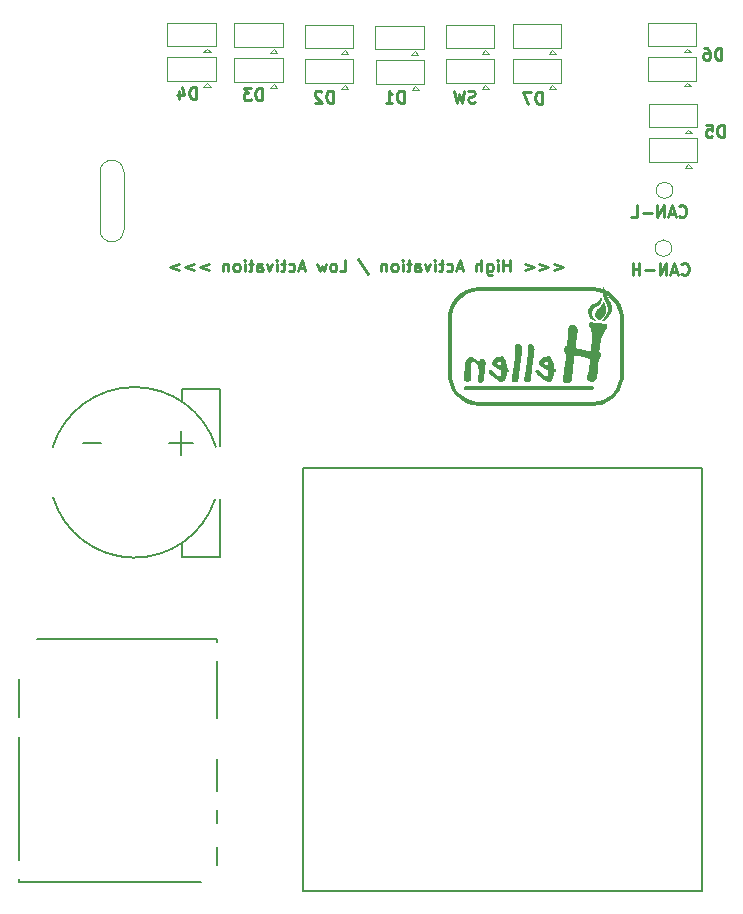
<source format=gbo>
G04 #@! TF.GenerationSoftware,KiCad,Pcbnew,8.0.4-8.0.4-0~ubuntu22.04.1*
G04 #@! TF.CreationDate,2024-07-19T04:30:51+00:00*
G04 #@! TF.ProjectId,PRODashController,50524f44-6173-4684-936f-6e74726f6c6c,rev?*
G04 #@! TF.SameCoordinates,Original*
G04 #@! TF.FileFunction,Legend,Bot*
G04 #@! TF.FilePolarity,Positive*
%FSLAX46Y46*%
G04 Gerber Fmt 4.6, Leading zero omitted, Abs format (unit mm)*
G04 Created by KiCad (PCBNEW 8.0.4-8.0.4-0~ubuntu22.04.1) date 2024-07-19 04:30:51*
%MOMM*%
%LPD*%
G01*
G04 APERTURE LIST*
%ADD10C,0.250000*%
%ADD11C,0.200000*%
%ADD12C,0.120000*%
%ADD13C,0.150012*%
%ADD14C,0.000000*%
G04 APERTURE END LIST*
D10*
X17297431Y75135381D02*
X17297431Y76135381D01*
X17297431Y76135381D02*
X17059336Y76135381D01*
X17059336Y76135381D02*
X16916479Y76087762D01*
X16916479Y76087762D02*
X16821241Y75992524D01*
X16821241Y75992524D02*
X16773622Y75897286D01*
X16773622Y75897286D02*
X16726003Y75706810D01*
X16726003Y75706810D02*
X16726003Y75563953D01*
X16726003Y75563953D02*
X16773622Y75373477D01*
X16773622Y75373477D02*
X16821241Y75278239D01*
X16821241Y75278239D02*
X16916479Y75183000D01*
X16916479Y75183000D02*
X17059336Y75135381D01*
X17059336Y75135381D02*
X17297431Y75135381D01*
X15868860Y75802048D02*
X15868860Y75135381D01*
X16106955Y76183000D02*
X16345050Y75468715D01*
X16345050Y75468715D02*
X15726003Y75468715D01*
X61797431Y78435381D02*
X61797431Y79435381D01*
X61797431Y79435381D02*
X61559336Y79435381D01*
X61559336Y79435381D02*
X61416479Y79387762D01*
X61416479Y79387762D02*
X61321241Y79292524D01*
X61321241Y79292524D02*
X61273622Y79197286D01*
X61273622Y79197286D02*
X61226003Y79006810D01*
X61226003Y79006810D02*
X61226003Y78863953D01*
X61226003Y78863953D02*
X61273622Y78673477D01*
X61273622Y78673477D02*
X61321241Y78578239D01*
X61321241Y78578239D02*
X61416479Y78483000D01*
X61416479Y78483000D02*
X61559336Y78435381D01*
X61559336Y78435381D02*
X61797431Y78435381D01*
X60368860Y79435381D02*
X60559336Y79435381D01*
X60559336Y79435381D02*
X60654574Y79387762D01*
X60654574Y79387762D02*
X60702193Y79340143D01*
X60702193Y79340143D02*
X60797431Y79197286D01*
X60797431Y79197286D02*
X60845050Y79006810D01*
X60845050Y79006810D02*
X60845050Y78625858D01*
X60845050Y78625858D02*
X60797431Y78530620D01*
X60797431Y78530620D02*
X60749812Y78483000D01*
X60749812Y78483000D02*
X60654574Y78435381D01*
X60654574Y78435381D02*
X60464098Y78435381D01*
X60464098Y78435381D02*
X60368860Y78483000D01*
X60368860Y78483000D02*
X60321241Y78530620D01*
X60321241Y78530620D02*
X60273622Y78625858D01*
X60273622Y78625858D02*
X60273622Y78863953D01*
X60273622Y78863953D02*
X60321241Y78959191D01*
X60321241Y78959191D02*
X60368860Y79006810D01*
X60368860Y79006810D02*
X60464098Y79054429D01*
X60464098Y79054429D02*
X60654574Y79054429D01*
X60654574Y79054429D02*
X60749812Y79006810D01*
X60749812Y79006810D02*
X60797431Y78959191D01*
X60797431Y78959191D02*
X60845050Y78863953D01*
X28897431Y74835381D02*
X28897431Y75835381D01*
X28897431Y75835381D02*
X28659336Y75835381D01*
X28659336Y75835381D02*
X28516479Y75787762D01*
X28516479Y75787762D02*
X28421241Y75692524D01*
X28421241Y75692524D02*
X28373622Y75597286D01*
X28373622Y75597286D02*
X28326003Y75406810D01*
X28326003Y75406810D02*
X28326003Y75263953D01*
X28326003Y75263953D02*
X28373622Y75073477D01*
X28373622Y75073477D02*
X28421241Y74978239D01*
X28421241Y74978239D02*
X28516479Y74883000D01*
X28516479Y74883000D02*
X28659336Y74835381D01*
X28659336Y74835381D02*
X28897431Y74835381D01*
X27945050Y75740143D02*
X27897431Y75787762D01*
X27897431Y75787762D02*
X27802193Y75835381D01*
X27802193Y75835381D02*
X27564098Y75835381D01*
X27564098Y75835381D02*
X27468860Y75787762D01*
X27468860Y75787762D02*
X27421241Y75740143D01*
X27421241Y75740143D02*
X27373622Y75644905D01*
X27373622Y75644905D02*
X27373622Y75549667D01*
X27373622Y75549667D02*
X27421241Y75406810D01*
X27421241Y75406810D02*
X27992669Y74835381D01*
X27992669Y74835381D02*
X27373622Y74835381D01*
X58426003Y60330620D02*
X58473622Y60283000D01*
X58473622Y60283000D02*
X58616479Y60235381D01*
X58616479Y60235381D02*
X58711717Y60235381D01*
X58711717Y60235381D02*
X58854574Y60283000D01*
X58854574Y60283000D02*
X58949812Y60378239D01*
X58949812Y60378239D02*
X58997431Y60473477D01*
X58997431Y60473477D02*
X59045050Y60663953D01*
X59045050Y60663953D02*
X59045050Y60806810D01*
X59045050Y60806810D02*
X58997431Y60997286D01*
X58997431Y60997286D02*
X58949812Y61092524D01*
X58949812Y61092524D02*
X58854574Y61187762D01*
X58854574Y61187762D02*
X58711717Y61235381D01*
X58711717Y61235381D02*
X58616479Y61235381D01*
X58616479Y61235381D02*
X58473622Y61187762D01*
X58473622Y61187762D02*
X58426003Y61140143D01*
X58045050Y60521096D02*
X57568860Y60521096D01*
X58140288Y60235381D02*
X57806955Y61235381D01*
X57806955Y61235381D02*
X57473622Y60235381D01*
X57140288Y60235381D02*
X57140288Y61235381D01*
X57140288Y61235381D02*
X56568860Y60235381D01*
X56568860Y60235381D02*
X56568860Y61235381D01*
X56092669Y60616334D02*
X55330765Y60616334D01*
X54854574Y60235381D02*
X54854574Y61235381D01*
X54854574Y60759191D02*
X54283146Y60759191D01*
X54283146Y60235381D02*
X54283146Y61235381D01*
X34897431Y74835381D02*
X34897431Y75835381D01*
X34897431Y75835381D02*
X34659336Y75835381D01*
X34659336Y75835381D02*
X34516479Y75787762D01*
X34516479Y75787762D02*
X34421241Y75692524D01*
X34421241Y75692524D02*
X34373622Y75597286D01*
X34373622Y75597286D02*
X34326003Y75406810D01*
X34326003Y75406810D02*
X34326003Y75263953D01*
X34326003Y75263953D02*
X34373622Y75073477D01*
X34373622Y75073477D02*
X34421241Y74978239D01*
X34421241Y74978239D02*
X34516479Y74883000D01*
X34516479Y74883000D02*
X34659336Y74835381D01*
X34659336Y74835381D02*
X34897431Y74835381D01*
X33373622Y74835381D02*
X33945050Y74835381D01*
X33659336Y74835381D02*
X33659336Y75835381D01*
X33659336Y75835381D02*
X33754574Y75692524D01*
X33754574Y75692524D02*
X33849812Y75597286D01*
X33849812Y75597286D02*
X33945050Y75549667D01*
X40945050Y74883000D02*
X40802193Y74835381D01*
X40802193Y74835381D02*
X40564098Y74835381D01*
X40564098Y74835381D02*
X40468860Y74883000D01*
X40468860Y74883000D02*
X40421241Y74930620D01*
X40421241Y74930620D02*
X40373622Y75025858D01*
X40373622Y75025858D02*
X40373622Y75121096D01*
X40373622Y75121096D02*
X40421241Y75216334D01*
X40421241Y75216334D02*
X40468860Y75263953D01*
X40468860Y75263953D02*
X40564098Y75311572D01*
X40564098Y75311572D02*
X40754574Y75359191D01*
X40754574Y75359191D02*
X40849812Y75406810D01*
X40849812Y75406810D02*
X40897431Y75454429D01*
X40897431Y75454429D02*
X40945050Y75549667D01*
X40945050Y75549667D02*
X40945050Y75644905D01*
X40945050Y75644905D02*
X40897431Y75740143D01*
X40897431Y75740143D02*
X40849812Y75787762D01*
X40849812Y75787762D02*
X40754574Y75835381D01*
X40754574Y75835381D02*
X40516479Y75835381D01*
X40516479Y75835381D02*
X40373622Y75787762D01*
X40040288Y75835381D02*
X39802193Y74835381D01*
X39802193Y74835381D02*
X39611717Y75549667D01*
X39611717Y75549667D02*
X39421241Y74835381D01*
X39421241Y74835381D02*
X39183146Y75835381D01*
X58226003Y65230620D02*
X58273622Y65183000D01*
X58273622Y65183000D02*
X58416479Y65135381D01*
X58416479Y65135381D02*
X58511717Y65135381D01*
X58511717Y65135381D02*
X58654574Y65183000D01*
X58654574Y65183000D02*
X58749812Y65278239D01*
X58749812Y65278239D02*
X58797431Y65373477D01*
X58797431Y65373477D02*
X58845050Y65563953D01*
X58845050Y65563953D02*
X58845050Y65706810D01*
X58845050Y65706810D02*
X58797431Y65897286D01*
X58797431Y65897286D02*
X58749812Y65992524D01*
X58749812Y65992524D02*
X58654574Y66087762D01*
X58654574Y66087762D02*
X58511717Y66135381D01*
X58511717Y66135381D02*
X58416479Y66135381D01*
X58416479Y66135381D02*
X58273622Y66087762D01*
X58273622Y66087762D02*
X58226003Y66040143D01*
X57845050Y65421096D02*
X57368860Y65421096D01*
X57940288Y65135381D02*
X57606955Y66135381D01*
X57606955Y66135381D02*
X57273622Y65135381D01*
X56940288Y65135381D02*
X56940288Y66135381D01*
X56940288Y66135381D02*
X56368860Y65135381D01*
X56368860Y65135381D02*
X56368860Y66135381D01*
X55892669Y65516334D02*
X55130765Y65516334D01*
X54178384Y65135381D02*
X54654574Y65135381D01*
X54654574Y65135381D02*
X54654574Y66135381D01*
X46597431Y74735381D02*
X46597431Y75735381D01*
X46597431Y75735381D02*
X46359336Y75735381D01*
X46359336Y75735381D02*
X46216479Y75687762D01*
X46216479Y75687762D02*
X46121241Y75592524D01*
X46121241Y75592524D02*
X46073622Y75497286D01*
X46073622Y75497286D02*
X46026003Y75306810D01*
X46026003Y75306810D02*
X46026003Y75163953D01*
X46026003Y75163953D02*
X46073622Y74973477D01*
X46073622Y74973477D02*
X46121241Y74878239D01*
X46121241Y74878239D02*
X46216479Y74783000D01*
X46216479Y74783000D02*
X46359336Y74735381D01*
X46359336Y74735381D02*
X46597431Y74735381D01*
X45692669Y75735381D02*
X45026003Y75735381D01*
X45026003Y75735381D02*
X45454574Y74735381D01*
X22897431Y75035381D02*
X22897431Y76035381D01*
X22897431Y76035381D02*
X22659336Y76035381D01*
X22659336Y76035381D02*
X22516479Y75987762D01*
X22516479Y75987762D02*
X22421241Y75892524D01*
X22421241Y75892524D02*
X22373622Y75797286D01*
X22373622Y75797286D02*
X22326003Y75606810D01*
X22326003Y75606810D02*
X22326003Y75463953D01*
X22326003Y75463953D02*
X22373622Y75273477D01*
X22373622Y75273477D02*
X22421241Y75178239D01*
X22421241Y75178239D02*
X22516479Y75083000D01*
X22516479Y75083000D02*
X22659336Y75035381D01*
X22659336Y75035381D02*
X22897431Y75035381D01*
X21992669Y76035381D02*
X21373622Y76035381D01*
X21373622Y76035381D02*
X21706955Y75654429D01*
X21706955Y75654429D02*
X21564098Y75654429D01*
X21564098Y75654429D02*
X21468860Y75606810D01*
X21468860Y75606810D02*
X21421241Y75559191D01*
X21421241Y75559191D02*
X21373622Y75463953D01*
X21373622Y75463953D02*
X21373622Y75225858D01*
X21373622Y75225858D02*
X21421241Y75130620D01*
X21421241Y75130620D02*
X21468860Y75083000D01*
X21468860Y75083000D02*
X21564098Y75035381D01*
X21564098Y75035381D02*
X21849812Y75035381D01*
X21849812Y75035381D02*
X21945050Y75083000D01*
X21945050Y75083000D02*
X21992669Y75130620D01*
X47635527Y61202048D02*
X48397431Y60916334D01*
X48397431Y60916334D02*
X47635527Y60630620D01*
X46397432Y61202048D02*
X47159336Y60916334D01*
X47159336Y60916334D02*
X46397432Y60630620D01*
X45159337Y61202048D02*
X45921241Y60916334D01*
X45921241Y60916334D02*
X45159337Y60630620D01*
X43921241Y60535381D02*
X43921241Y61535381D01*
X43921241Y61059191D02*
X43349813Y61059191D01*
X43349813Y60535381D02*
X43349813Y61535381D01*
X42873622Y60535381D02*
X42873622Y61202048D01*
X42873622Y61535381D02*
X42921241Y61487762D01*
X42921241Y61487762D02*
X42873622Y61440143D01*
X42873622Y61440143D02*
X42826003Y61487762D01*
X42826003Y61487762D02*
X42873622Y61535381D01*
X42873622Y61535381D02*
X42873622Y61440143D01*
X41968861Y61202048D02*
X41968861Y60392524D01*
X41968861Y60392524D02*
X42016480Y60297286D01*
X42016480Y60297286D02*
X42064099Y60249667D01*
X42064099Y60249667D02*
X42159337Y60202048D01*
X42159337Y60202048D02*
X42302194Y60202048D01*
X42302194Y60202048D02*
X42397432Y60249667D01*
X41968861Y60583000D02*
X42064099Y60535381D01*
X42064099Y60535381D02*
X42254575Y60535381D01*
X42254575Y60535381D02*
X42349813Y60583000D01*
X42349813Y60583000D02*
X42397432Y60630620D01*
X42397432Y60630620D02*
X42445051Y60725858D01*
X42445051Y60725858D02*
X42445051Y61011572D01*
X42445051Y61011572D02*
X42397432Y61106810D01*
X42397432Y61106810D02*
X42349813Y61154429D01*
X42349813Y61154429D02*
X42254575Y61202048D01*
X42254575Y61202048D02*
X42064099Y61202048D01*
X42064099Y61202048D02*
X41968861Y61154429D01*
X41492670Y60535381D02*
X41492670Y61535381D01*
X41064099Y60535381D02*
X41064099Y61059191D01*
X41064099Y61059191D02*
X41111718Y61154429D01*
X41111718Y61154429D02*
X41206956Y61202048D01*
X41206956Y61202048D02*
X41349813Y61202048D01*
X41349813Y61202048D02*
X41445051Y61154429D01*
X41445051Y61154429D02*
X41492670Y61106810D01*
X39873622Y60821096D02*
X39397432Y60821096D01*
X39968860Y60535381D02*
X39635527Y61535381D01*
X39635527Y61535381D02*
X39302194Y60535381D01*
X38540289Y60583000D02*
X38635527Y60535381D01*
X38635527Y60535381D02*
X38826003Y60535381D01*
X38826003Y60535381D02*
X38921241Y60583000D01*
X38921241Y60583000D02*
X38968860Y60630620D01*
X38968860Y60630620D02*
X39016479Y60725858D01*
X39016479Y60725858D02*
X39016479Y61011572D01*
X39016479Y61011572D02*
X38968860Y61106810D01*
X38968860Y61106810D02*
X38921241Y61154429D01*
X38921241Y61154429D02*
X38826003Y61202048D01*
X38826003Y61202048D02*
X38635527Y61202048D01*
X38635527Y61202048D02*
X38540289Y61154429D01*
X38254574Y61202048D02*
X37873622Y61202048D01*
X38111717Y61535381D02*
X38111717Y60678239D01*
X38111717Y60678239D02*
X38064098Y60583000D01*
X38064098Y60583000D02*
X37968860Y60535381D01*
X37968860Y60535381D02*
X37873622Y60535381D01*
X37540288Y60535381D02*
X37540288Y61202048D01*
X37540288Y61535381D02*
X37587907Y61487762D01*
X37587907Y61487762D02*
X37540288Y61440143D01*
X37540288Y61440143D02*
X37492669Y61487762D01*
X37492669Y61487762D02*
X37540288Y61535381D01*
X37540288Y61535381D02*
X37540288Y61440143D01*
X37159336Y61202048D02*
X36921241Y60535381D01*
X36921241Y60535381D02*
X36683146Y61202048D01*
X35873622Y60535381D02*
X35873622Y61059191D01*
X35873622Y61059191D02*
X35921241Y61154429D01*
X35921241Y61154429D02*
X36016479Y61202048D01*
X36016479Y61202048D02*
X36206955Y61202048D01*
X36206955Y61202048D02*
X36302193Y61154429D01*
X35873622Y60583000D02*
X35968860Y60535381D01*
X35968860Y60535381D02*
X36206955Y60535381D01*
X36206955Y60535381D02*
X36302193Y60583000D01*
X36302193Y60583000D02*
X36349812Y60678239D01*
X36349812Y60678239D02*
X36349812Y60773477D01*
X36349812Y60773477D02*
X36302193Y60868715D01*
X36302193Y60868715D02*
X36206955Y60916334D01*
X36206955Y60916334D02*
X35968860Y60916334D01*
X35968860Y60916334D02*
X35873622Y60963953D01*
X35540288Y61202048D02*
X35159336Y61202048D01*
X35397431Y61535381D02*
X35397431Y60678239D01*
X35397431Y60678239D02*
X35349812Y60583000D01*
X35349812Y60583000D02*
X35254574Y60535381D01*
X35254574Y60535381D02*
X35159336Y60535381D01*
X34826002Y60535381D02*
X34826002Y61202048D01*
X34826002Y61535381D02*
X34873621Y61487762D01*
X34873621Y61487762D02*
X34826002Y61440143D01*
X34826002Y61440143D02*
X34778383Y61487762D01*
X34778383Y61487762D02*
X34826002Y61535381D01*
X34826002Y61535381D02*
X34826002Y61440143D01*
X34206955Y60535381D02*
X34302193Y60583000D01*
X34302193Y60583000D02*
X34349812Y60630620D01*
X34349812Y60630620D02*
X34397431Y60725858D01*
X34397431Y60725858D02*
X34397431Y61011572D01*
X34397431Y61011572D02*
X34349812Y61106810D01*
X34349812Y61106810D02*
X34302193Y61154429D01*
X34302193Y61154429D02*
X34206955Y61202048D01*
X34206955Y61202048D02*
X34064098Y61202048D01*
X34064098Y61202048D02*
X33968860Y61154429D01*
X33968860Y61154429D02*
X33921241Y61106810D01*
X33921241Y61106810D02*
X33873622Y61011572D01*
X33873622Y61011572D02*
X33873622Y60725858D01*
X33873622Y60725858D02*
X33921241Y60630620D01*
X33921241Y60630620D02*
X33968860Y60583000D01*
X33968860Y60583000D02*
X34064098Y60535381D01*
X34064098Y60535381D02*
X34206955Y60535381D01*
X33445050Y61202048D02*
X33445050Y60535381D01*
X33445050Y61106810D02*
X33397431Y61154429D01*
X33397431Y61154429D02*
X33302193Y61202048D01*
X33302193Y61202048D02*
X33159336Y61202048D01*
X33159336Y61202048D02*
X33064098Y61154429D01*
X33064098Y61154429D02*
X33016479Y61059191D01*
X33016479Y61059191D02*
X33016479Y60535381D01*
X31064098Y61583000D02*
X31921240Y60297286D01*
X29492669Y60535381D02*
X29968859Y60535381D01*
X29968859Y60535381D02*
X29968859Y61535381D01*
X29016478Y60535381D02*
X29111716Y60583000D01*
X29111716Y60583000D02*
X29159335Y60630620D01*
X29159335Y60630620D02*
X29206954Y60725858D01*
X29206954Y60725858D02*
X29206954Y61011572D01*
X29206954Y61011572D02*
X29159335Y61106810D01*
X29159335Y61106810D02*
X29111716Y61154429D01*
X29111716Y61154429D02*
X29016478Y61202048D01*
X29016478Y61202048D02*
X28873621Y61202048D01*
X28873621Y61202048D02*
X28778383Y61154429D01*
X28778383Y61154429D02*
X28730764Y61106810D01*
X28730764Y61106810D02*
X28683145Y61011572D01*
X28683145Y61011572D02*
X28683145Y60725858D01*
X28683145Y60725858D02*
X28730764Y60630620D01*
X28730764Y60630620D02*
X28778383Y60583000D01*
X28778383Y60583000D02*
X28873621Y60535381D01*
X28873621Y60535381D02*
X29016478Y60535381D01*
X28349811Y61202048D02*
X28159335Y60535381D01*
X28159335Y60535381D02*
X27968859Y61011572D01*
X27968859Y61011572D02*
X27778383Y60535381D01*
X27778383Y60535381D02*
X27587907Y61202048D01*
X26492668Y60821096D02*
X26016478Y60821096D01*
X26587906Y60535381D02*
X26254573Y61535381D01*
X26254573Y61535381D02*
X25921240Y60535381D01*
X25159335Y60583000D02*
X25254573Y60535381D01*
X25254573Y60535381D02*
X25445049Y60535381D01*
X25445049Y60535381D02*
X25540287Y60583000D01*
X25540287Y60583000D02*
X25587906Y60630620D01*
X25587906Y60630620D02*
X25635525Y60725858D01*
X25635525Y60725858D02*
X25635525Y61011572D01*
X25635525Y61011572D02*
X25587906Y61106810D01*
X25587906Y61106810D02*
X25540287Y61154429D01*
X25540287Y61154429D02*
X25445049Y61202048D01*
X25445049Y61202048D02*
X25254573Y61202048D01*
X25254573Y61202048D02*
X25159335Y61154429D01*
X24873620Y61202048D02*
X24492668Y61202048D01*
X24730763Y61535381D02*
X24730763Y60678239D01*
X24730763Y60678239D02*
X24683144Y60583000D01*
X24683144Y60583000D02*
X24587906Y60535381D01*
X24587906Y60535381D02*
X24492668Y60535381D01*
X24159334Y60535381D02*
X24159334Y61202048D01*
X24159334Y61535381D02*
X24206953Y61487762D01*
X24206953Y61487762D02*
X24159334Y61440143D01*
X24159334Y61440143D02*
X24111715Y61487762D01*
X24111715Y61487762D02*
X24159334Y61535381D01*
X24159334Y61535381D02*
X24159334Y61440143D01*
X23778382Y61202048D02*
X23540287Y60535381D01*
X23540287Y60535381D02*
X23302192Y61202048D01*
X22492668Y60535381D02*
X22492668Y61059191D01*
X22492668Y61059191D02*
X22540287Y61154429D01*
X22540287Y61154429D02*
X22635525Y61202048D01*
X22635525Y61202048D02*
X22826001Y61202048D01*
X22826001Y61202048D02*
X22921239Y61154429D01*
X22492668Y60583000D02*
X22587906Y60535381D01*
X22587906Y60535381D02*
X22826001Y60535381D01*
X22826001Y60535381D02*
X22921239Y60583000D01*
X22921239Y60583000D02*
X22968858Y60678239D01*
X22968858Y60678239D02*
X22968858Y60773477D01*
X22968858Y60773477D02*
X22921239Y60868715D01*
X22921239Y60868715D02*
X22826001Y60916334D01*
X22826001Y60916334D02*
X22587906Y60916334D01*
X22587906Y60916334D02*
X22492668Y60963953D01*
X22159334Y61202048D02*
X21778382Y61202048D01*
X22016477Y61535381D02*
X22016477Y60678239D01*
X22016477Y60678239D02*
X21968858Y60583000D01*
X21968858Y60583000D02*
X21873620Y60535381D01*
X21873620Y60535381D02*
X21778382Y60535381D01*
X21445048Y60535381D02*
X21445048Y61202048D01*
X21445048Y61535381D02*
X21492667Y61487762D01*
X21492667Y61487762D02*
X21445048Y61440143D01*
X21445048Y61440143D02*
X21397429Y61487762D01*
X21397429Y61487762D02*
X21445048Y61535381D01*
X21445048Y61535381D02*
X21445048Y61440143D01*
X20826001Y60535381D02*
X20921239Y60583000D01*
X20921239Y60583000D02*
X20968858Y60630620D01*
X20968858Y60630620D02*
X21016477Y60725858D01*
X21016477Y60725858D02*
X21016477Y61011572D01*
X21016477Y61011572D02*
X20968858Y61106810D01*
X20968858Y61106810D02*
X20921239Y61154429D01*
X20921239Y61154429D02*
X20826001Y61202048D01*
X20826001Y61202048D02*
X20683144Y61202048D01*
X20683144Y61202048D02*
X20587906Y61154429D01*
X20587906Y61154429D02*
X20540287Y61106810D01*
X20540287Y61106810D02*
X20492668Y61011572D01*
X20492668Y61011572D02*
X20492668Y60725858D01*
X20492668Y60725858D02*
X20540287Y60630620D01*
X20540287Y60630620D02*
X20587906Y60583000D01*
X20587906Y60583000D02*
X20683144Y60535381D01*
X20683144Y60535381D02*
X20826001Y60535381D01*
X20064096Y61202048D02*
X20064096Y60535381D01*
X20064096Y61106810D02*
X20016477Y61154429D01*
X20016477Y61154429D02*
X19921239Y61202048D01*
X19921239Y61202048D02*
X19778382Y61202048D01*
X19778382Y61202048D02*
X19683144Y61154429D01*
X19683144Y61154429D02*
X19635525Y61059191D01*
X19635525Y61059191D02*
X19635525Y60535381D01*
X18397429Y61202048D02*
X17635525Y60916334D01*
X17635525Y60916334D02*
X18397429Y60630620D01*
X17159334Y61202048D02*
X16397430Y60916334D01*
X16397430Y60916334D02*
X17159334Y60630620D01*
X15921239Y61202048D02*
X15159335Y60916334D01*
X15159335Y60916334D02*
X15921239Y60630620D01*
X61997431Y71935381D02*
X61997431Y72935381D01*
X61997431Y72935381D02*
X61759336Y72935381D01*
X61759336Y72935381D02*
X61616479Y72887762D01*
X61616479Y72887762D02*
X61521241Y72792524D01*
X61521241Y72792524D02*
X61473622Y72697286D01*
X61473622Y72697286D02*
X61426003Y72506810D01*
X61426003Y72506810D02*
X61426003Y72363953D01*
X61426003Y72363953D02*
X61473622Y72173477D01*
X61473622Y72173477D02*
X61521241Y72078239D01*
X61521241Y72078239D02*
X61616479Y71983000D01*
X61616479Y71983000D02*
X61759336Y71935381D01*
X61759336Y71935381D02*
X61997431Y71935381D01*
X60521241Y72935381D02*
X60997431Y72935381D01*
X60997431Y72935381D02*
X61045050Y72459191D01*
X61045050Y72459191D02*
X60997431Y72506810D01*
X60997431Y72506810D02*
X60902193Y72554429D01*
X60902193Y72554429D02*
X60664098Y72554429D01*
X60664098Y72554429D02*
X60568860Y72506810D01*
X60568860Y72506810D02*
X60521241Y72459191D01*
X60521241Y72459191D02*
X60473622Y72363953D01*
X60473622Y72363953D02*
X60473622Y72125858D01*
X60473622Y72125858D02*
X60521241Y72030620D01*
X60521241Y72030620D02*
X60568860Y71983000D01*
X60568860Y71983000D02*
X60664098Y71935381D01*
X60664098Y71935381D02*
X60902193Y71935381D01*
X60902193Y71935381D02*
X60997431Y71983000D01*
X60997431Y71983000D02*
X61045050Y72030620D01*
D11*
G04 #@! TO.C,M2*
X2324999Y22824999D02*
X2324999Y26025002D01*
X2324999Y10724999D02*
X2324999Y21125001D01*
X2324999Y8824999D02*
X2324999Y9124999D01*
X2324999Y8824999D02*
X17724999Y8824999D01*
X3824999Y29424997D02*
X19124998Y29424999D01*
X19124996Y22725001D02*
X19124996Y27525001D01*
X19124996Y16524999D02*
X19124996Y19224999D01*
X19124996Y13825001D02*
X19124996Y14925004D01*
X19124996Y10274999D02*
X19125001Y11824999D01*
X19124998Y29125001D02*
X19124998Y29424999D01*
G04 #@! TO.C,M1*
X26374995Y43875005D02*
X26374995Y8075015D01*
X60175005Y43875005D02*
X26374995Y43875005D01*
X60175005Y43875005D02*
X60175005Y8075015D01*
X60175005Y8075015D02*
X26374995Y8075015D01*
D12*
G04 #@! TO.C,F1*
X9200000Y64100000D02*
X9200000Y68950000D01*
X11200000Y64100000D02*
X11200000Y68950000D01*
X9200000Y68950000D02*
G75*
G02*
X11200000Y68950000I1000000J0D01*
G01*
X11200000Y64050000D02*
G75*
G02*
X9200000Y64050000I-1000000J0D01*
G01*
G04 #@! TO.C,JP7*
X20550000Y78600000D02*
X20550000Y76600000D01*
X20550000Y76600000D02*
X24650000Y76600000D01*
X23900000Y76400000D02*
X23600000Y76100000D01*
X23900000Y76400000D02*
X24200000Y76100000D01*
X24200000Y76100000D02*
X23600000Y76100000D01*
X24650000Y78600000D02*
X20550000Y78600000D01*
X24650000Y76600000D02*
X24650000Y78600000D01*
D13*
G04 #@! TO.C,BT1*
X9280684Y46040000D02*
X7756684Y46040000D01*
X16011684Y45024000D02*
X16011684Y47056000D01*
X16164110Y49670600D02*
X16164110Y50612000D01*
X16164110Y36388000D02*
X16164110Y37588302D01*
X17027684Y46040000D02*
X14995684Y46040000D01*
X19320136Y50612000D02*
X16164110Y50612000D01*
X19320136Y45731110D02*
X19320136Y50612000D01*
X19320136Y36388000D02*
X16164110Y36388000D01*
X19320136Y36388000D02*
X19320136Y41268889D01*
X5182469Y45654049D02*
G75*
G02*
X19011117Y45675107I6917620J-2154015D01*
G01*
X18915513Y41202548D02*
G75*
G02*
X5228594Y41376081I-6815431J2297434D01*
G01*
D12*
G04 #@! TO.C,JP6*
X20550000Y81530000D02*
X20550000Y79530000D01*
X20550000Y79530000D02*
X24650000Y79530000D01*
X23900000Y79330000D02*
X23600000Y79030000D01*
X23900000Y79330000D02*
X24200000Y79030000D01*
X24200000Y79030000D02*
X23600000Y79030000D01*
X24650000Y81530000D02*
X20550000Y81530000D01*
X24650000Y79530000D02*
X24650000Y81530000D01*
G04 #@! TO.C,JP15*
X44150000Y78500000D02*
X44150000Y76500000D01*
X44150000Y76500000D02*
X48250000Y76500000D01*
X47500000Y76300000D02*
X47200000Y76000000D01*
X47500000Y76300000D02*
X47800000Y76000000D01*
X47800000Y76000000D02*
X47200000Y76000000D01*
X48250000Y78500000D02*
X44150000Y78500000D01*
X48250000Y76500000D02*
X48250000Y78500000D01*
G04 #@! TO.C,JP10*
X55650000Y74730000D02*
X55650000Y72730000D01*
X55650000Y72730000D02*
X59750000Y72730000D01*
X59000000Y72530000D02*
X58700000Y72230000D01*
X59000000Y72530000D02*
X59300000Y72230000D01*
X59300000Y72230000D02*
X58700000Y72230000D01*
X59750000Y74730000D02*
X55650000Y74730000D01*
X59750000Y72730000D02*
X59750000Y74730000D01*
G04 #@! TO.C,JP2*
X32500000Y81357500D02*
X32500000Y79357500D01*
X32500000Y79357500D02*
X36600000Y79357500D01*
X35850000Y79157500D02*
X35550000Y78857500D01*
X35850000Y79157500D02*
X36150000Y78857500D01*
X36150000Y78857500D02*
X35550000Y78857500D01*
X36600000Y81357500D02*
X32500000Y81357500D01*
X36600000Y79357500D02*
X36600000Y81357500D01*
G04 #@! TO.C,JP11*
X55650000Y71800000D02*
X55650000Y69800000D01*
X55650000Y69800000D02*
X59750000Y69800000D01*
X59000000Y69600000D02*
X58700000Y69300000D01*
X59000000Y69600000D02*
X59300000Y69300000D01*
X59300000Y69300000D02*
X58700000Y69300000D01*
X59750000Y71800000D02*
X55650000Y71800000D01*
X59750000Y69800000D02*
X59750000Y71800000D01*
D14*
G04 #@! TO.C,G1*
G36*
X46020679Y50842554D02*
G01*
X46363493Y50842379D01*
X46703214Y50842116D01*
X47038605Y50841766D01*
X47368429Y50841328D01*
X47691450Y50840802D01*
X48006431Y50840189D01*
X48312136Y50839488D01*
X48607328Y50838700D01*
X48890771Y50837824D01*
X49161227Y50836861D01*
X49417461Y50835810D01*
X49658235Y50834672D01*
X49882314Y50833446D01*
X50088460Y50832132D01*
X50275438Y50830731D01*
X50442009Y50829242D01*
X50586939Y50827666D01*
X50708990Y50826002D01*
X50806925Y50824250D01*
X50879509Y50822411D01*
X50925504Y50820485D01*
X50943674Y50818470D01*
X50980726Y50789215D01*
X51013054Y50733878D01*
X51024554Y50664651D01*
X51022997Y50641401D01*
X51008868Y50602715D01*
X50975149Y50562213D01*
X50925744Y50512808D01*
X40079886Y50512808D01*
X40030481Y50562213D01*
X40010271Y50584093D01*
X39987395Y50622137D01*
X39981076Y50664651D01*
X39987973Y50718980D01*
X40015804Y50778055D01*
X40061956Y50818470D01*
X40061968Y50818477D01*
X40080228Y50820491D01*
X40126310Y50822417D01*
X40198976Y50824256D01*
X40296990Y50826007D01*
X40419115Y50827671D01*
X40564115Y50829247D01*
X40730754Y50830735D01*
X40917794Y50832136D01*
X41123999Y50833450D01*
X41348133Y50834675D01*
X41588958Y50835814D01*
X41845239Y50836864D01*
X42115739Y50837827D01*
X42399220Y50838703D01*
X42694448Y50839491D01*
X43000184Y50840191D01*
X43315193Y50840804D01*
X43638237Y50841329D01*
X43968081Y50841767D01*
X44303487Y50842117D01*
X44643220Y50842380D01*
X44986042Y50842555D01*
X45330717Y50842642D01*
X45676008Y50842642D01*
X46020679Y50842554D01*
G37*
G36*
X51824055Y57977531D02*
G01*
X51866703Y57941727D01*
X51866719Y57941713D01*
X51895305Y57914505D01*
X51915685Y57888277D01*
X51931406Y57855675D01*
X51946015Y57809343D01*
X51963059Y57741927D01*
X51965915Y57729706D01*
X51980791Y57655280D01*
X51995922Y57564374D01*
X52009685Y57467370D01*
X52020460Y57374648D01*
X52025857Y57320325D01*
X52032318Y57249404D01*
X52035496Y57197260D01*
X52035228Y57157567D01*
X52031352Y57124000D01*
X52023707Y57090235D01*
X52012129Y57049946D01*
X52006792Y57033140D01*
X51972207Y56951809D01*
X51919831Y56861925D01*
X51847809Y56760575D01*
X51754287Y56644845D01*
X51697174Y56581377D01*
X51639555Y56529254D01*
X51579607Y56489959D01*
X51508687Y56456878D01*
X51482315Y56446349D01*
X51447617Y56433161D01*
X51430649Y56427674D01*
X51427592Y56428348D01*
X51405472Y56440707D01*
X51369893Y56464732D01*
X51327822Y56495397D01*
X51286223Y56527677D01*
X51252061Y56556544D01*
X51224957Y56585733D01*
X51180095Y56655345D01*
X51142982Y56740297D01*
X51117888Y56831825D01*
X51115171Y56846224D01*
X51108294Y56892846D01*
X51108630Y56930701D01*
X51117234Y56971759D01*
X51135158Y57027993D01*
X51146640Y57059392D01*
X51191841Y57155264D01*
X51247923Y57243966D01*
X51309897Y57318297D01*
X51372775Y57371055D01*
X51432805Y57416073D01*
X51503933Y57483700D01*
X51573733Y57563283D01*
X51638702Y57649735D01*
X51695333Y57737968D01*
X51740123Y57822895D01*
X51769567Y57899428D01*
X51780160Y57962479D01*
X51780192Y57965995D01*
X51784302Y57988826D01*
X51797755Y57992951D01*
X51824055Y57977531D01*
G37*
G36*
X51618937Y58352131D02*
G01*
X51634762Y58337774D01*
X51637124Y58335568D01*
X51653475Y58312311D01*
X51661671Y58277611D01*
X51663913Y58222781D01*
X51658944Y58144640D01*
X51628856Y58013080D01*
X51573407Y57887261D01*
X51494787Y57773008D01*
X51494538Y57772711D01*
X51458575Y57736549D01*
X51404114Y57689600D01*
X51337243Y57636426D01*
X51264050Y57581591D01*
X51190623Y57529656D01*
X51123052Y57485185D01*
X51067424Y57452740D01*
X51040867Y57437349D01*
X50986556Y57396854D01*
X50946845Y57354971D01*
X50938793Y57342908D01*
X50905864Y57271278D01*
X50882216Y57180585D01*
X50869366Y57078273D01*
X50868829Y56971790D01*
X50870888Y56941565D01*
X50877470Y56888364D01*
X50889537Y56840003D01*
X50909976Y56786407D01*
X50941672Y56717499D01*
X50961286Y56677624D01*
X50993827Y56618844D01*
X51028738Y56568446D01*
X51072625Y56517380D01*
X51132093Y56456595D01*
X51179714Y56408298D01*
X51219603Y56363769D01*
X51238877Y56335390D01*
X51238552Y56321876D01*
X51227666Y56317765D01*
X51188213Y56317113D01*
X51132431Y56326724D01*
X51067319Y56345627D01*
X51044949Y56354757D01*
X50985047Y56387183D01*
X50915020Y56432689D01*
X50841859Y56486036D01*
X50772554Y56541986D01*
X50714096Y56595301D01*
X50673476Y56640743D01*
X50623978Y56715326D01*
X50556269Y56857655D01*
X50515240Y57010664D01*
X50501442Y57172652D01*
X50508563Y57241186D01*
X50539190Y57341637D01*
X50592257Y57449281D01*
X50665896Y57560486D01*
X50758237Y57671623D01*
X50761258Y57674857D01*
X50786310Y57698129D01*
X50819056Y57722043D01*
X50863301Y57748755D01*
X50922849Y57780426D01*
X51001506Y57819213D01*
X51103076Y57867276D01*
X51174926Y57900951D01*
X51253293Y57938298D01*
X51312199Y57967759D01*
X51355656Y57991789D01*
X51387679Y58012843D01*
X51412281Y58033377D01*
X51433477Y58055845D01*
X51455280Y58082702D01*
X51485159Y58124861D01*
X51525890Y58192947D01*
X51557552Y58257587D01*
X51565294Y58276292D01*
X51584988Y58323271D01*
X51597915Y58348894D01*
X51607943Y58357176D01*
X51618937Y58352131D01*
G37*
G36*
X45727298Y54419048D02*
G01*
X45808199Y54390742D01*
X45874295Y54337611D01*
X45925775Y54259486D01*
X45962827Y54156196D01*
X45967486Y54136275D01*
X45976246Y54080909D01*
X45980964Y54015135D01*
X45981467Y53936941D01*
X45977581Y53844314D01*
X45969133Y53735242D01*
X45955951Y53607713D01*
X45937861Y53459716D01*
X45914690Y53289238D01*
X45886265Y53094267D01*
X45852413Y52872791D01*
X45842600Y52808527D01*
X45824860Y52686832D01*
X45807889Y52563905D01*
X45792679Y52447222D01*
X45780221Y52344259D01*
X45771506Y52262493D01*
X45769134Y52237706D01*
X45755872Y52105844D01*
X45741476Y51972500D01*
X45726392Y51841050D01*
X45711065Y51714874D01*
X45695941Y51597348D01*
X45681465Y51491852D01*
X45668083Y51401763D01*
X45656241Y51330459D01*
X45646384Y51281318D01*
X45638957Y51257719D01*
X45621595Y51235173D01*
X45567407Y51193170D01*
X45498818Y51166276D01*
X45468806Y51161295D01*
X45415483Y51156346D01*
X45357506Y51153974D01*
X45269746Y51160362D01*
X45193464Y51185278D01*
X45139180Y51229081D01*
X45106730Y51291910D01*
X45095950Y51373900D01*
X45097408Y51396377D01*
X45104068Y51448369D01*
X45115189Y51518047D01*
X45129743Y51599108D01*
X45146704Y51685251D01*
X45155458Y51727935D01*
X45182314Y51861656D01*
X45203824Y51974383D01*
X45220949Y52071806D01*
X45234654Y52159617D01*
X45245901Y52243508D01*
X45255652Y52329169D01*
X45258195Y52352137D01*
X45266699Y52422245D01*
X45278257Y52511678D01*
X45291996Y52613893D01*
X45307043Y52722343D01*
X45322525Y52830485D01*
X45345425Y52987802D01*
X45366246Y53131837D01*
X45383445Y53253336D01*
X45397294Y53355524D01*
X45408065Y53441626D01*
X45416030Y53514866D01*
X45421463Y53578469D01*
X45424635Y53635659D01*
X45425818Y53689661D01*
X45425287Y53743698D01*
X45423312Y53800996D01*
X45420166Y53864779D01*
X45416122Y53938271D01*
X45414603Y53966561D01*
X45410366Y54058237D01*
X45407585Y54140221D01*
X45406362Y54207686D01*
X45406798Y54255804D01*
X45408993Y54279747D01*
X45410543Y54284572D01*
X45444638Y54341900D01*
X45501230Y54385837D01*
X45576181Y54414052D01*
X45665356Y54424213D01*
X45727298Y54419048D01*
G37*
G36*
X44714721Y54405894D02*
G01*
X44781530Y54372136D01*
X44833559Y54321074D01*
X44848554Y54299035D01*
X44872916Y54256958D01*
X44892759Y54211526D01*
X44908032Y54160634D01*
X44918682Y54102180D01*
X44924657Y54034059D01*
X44925903Y53954167D01*
X44922369Y53860400D01*
X44914002Y53750654D01*
X44900749Y53622826D01*
X44882559Y53474811D01*
X44859378Y53304506D01*
X44831155Y53109807D01*
X44797836Y52888609D01*
X44797622Y52887205D01*
X44780069Y52769728D01*
X44763221Y52652519D01*
X44747848Y52541265D01*
X44734717Y52441654D01*
X44724598Y52359373D01*
X44718261Y52300108D01*
X44718215Y52299607D01*
X44711512Y52231231D01*
X44702107Y52141977D01*
X44690868Y52039736D01*
X44678660Y51932398D01*
X44666352Y51827854D01*
X44665126Y51817642D01*
X44653083Y51717172D01*
X44641300Y51618634D01*
X44630582Y51528759D01*
X44621730Y51454277D01*
X44615547Y51401918D01*
X44613598Y51386507D01*
X44603531Y51327001D01*
X44591439Y51277616D01*
X44579524Y51247774D01*
X44570546Y51236797D01*
X44531340Y51206924D01*
X44477785Y51180058D01*
X44420263Y51161803D01*
X44391180Y51157161D01*
X44326682Y51153757D01*
X44257992Y51156595D01*
X44196090Y51164999D01*
X44151960Y51178294D01*
X44139542Y51184992D01*
X44085379Y51231075D01*
X44048693Y51291669D01*
X44035195Y51357984D01*
X44035225Y51359985D01*
X44038601Y51394080D01*
X44046922Y51450647D01*
X44059282Y51524262D01*
X44074775Y51609502D01*
X44092494Y51700944D01*
X44103306Y51755298D01*
X44131724Y51901469D01*
X44154766Y52026281D01*
X44173292Y52134955D01*
X44188162Y52232711D01*
X44200238Y52324771D01*
X44210379Y52416355D01*
X44211561Y52427551D01*
X44218663Y52487814D01*
X44229181Y52570327D01*
X44242418Y52669914D01*
X44257679Y52781403D01*
X44274267Y52899618D01*
X44291487Y53019387D01*
X44303026Y53099133D01*
X44323376Y53244106D01*
X44339423Y53367195D01*
X44351471Y53472968D01*
X44359824Y53565991D01*
X44364787Y53650832D01*
X44366665Y53732056D01*
X44365761Y53814231D01*
X44362379Y53901924D01*
X44356826Y53999701D01*
X44353803Y54048779D01*
X44349354Y54129383D01*
X44347305Y54188298D01*
X44347803Y54230414D01*
X44350996Y54260619D01*
X44357034Y54283802D01*
X44366062Y54304850D01*
X44376166Y54322659D01*
X44423795Y54372192D01*
X44487669Y54405497D01*
X44561586Y54422359D01*
X44639338Y54422563D01*
X44714721Y54405894D01*
G37*
G36*
X40705759Y53260008D02*
G01*
X40842397Y53218369D01*
X40974245Y53149854D01*
X41099189Y53055567D01*
X41215119Y52936611D01*
X41287421Y52851114D01*
X41303349Y52913454D01*
X41313789Y52951167D01*
X41343781Y53028881D01*
X41381547Y53083689D01*
X41430716Y53119919D01*
X41494920Y53141901D01*
X41536900Y53148677D01*
X41626199Y53144477D01*
X41705083Y53114939D01*
X41770455Y53062222D01*
X41819216Y52988481D01*
X41848270Y52895874D01*
X41849652Y52884121D01*
X41850264Y52857661D01*
X41848913Y52818976D01*
X41845405Y52765986D01*
X41839550Y52696613D01*
X41831155Y52608780D01*
X41820028Y52500409D01*
X41805976Y52369422D01*
X41788808Y52213740D01*
X41768332Y52031286D01*
X41758515Y51944661D01*
X41740703Y51790078D01*
X41725151Y51660552D01*
X41711348Y51553507D01*
X41698780Y51466372D01*
X41686936Y51396571D01*
X41675304Y51341533D01*
X41663370Y51298682D01*
X41650624Y51265446D01*
X41636551Y51239252D01*
X41620641Y51217525D01*
X41602380Y51197693D01*
X41550100Y51157959D01*
X41475815Y51130683D01*
X41392628Y51119677D01*
X41311168Y51127240D01*
X41243797Y51154038D01*
X41195287Y51198910D01*
X41187054Y51213267D01*
X41178488Y51241041D01*
X41174692Y51279339D01*
X41175795Y51331766D01*
X41181922Y51401930D01*
X41193201Y51493436D01*
X41209758Y51609890D01*
X41223038Y51703842D01*
X41243383Y51877454D01*
X41254378Y52028719D01*
X41255853Y52161168D01*
X41247637Y52278331D01*
X41229559Y52383739D01*
X41201448Y52480922D01*
X41163132Y52573412D01*
X41141946Y52613949D01*
X41086664Y52697074D01*
X41021339Y52772485D01*
X40950413Y52836447D01*
X40878326Y52885224D01*
X40809519Y52915078D01*
X40748435Y52922274D01*
X40730982Y52918683D01*
X40695287Y52895875D01*
X40664225Y52850881D01*
X40636469Y52781411D01*
X40610687Y52685176D01*
X40605546Y52661196D01*
X40599851Y52628443D01*
X40595246Y52591380D01*
X40591619Y52546913D01*
X40588857Y52491947D01*
X40586848Y52423390D01*
X40585481Y52338148D01*
X40584643Y52233125D01*
X40584223Y52105229D01*
X40584108Y51951366D01*
X40583898Y51792826D01*
X40583215Y51658030D01*
X40582003Y51548223D01*
X40580202Y51461351D01*
X40577756Y51395359D01*
X40574608Y51348192D01*
X40570699Y51317797D01*
X40565974Y51302119D01*
X40534001Y51262809D01*
X40474402Y51224152D01*
X40400397Y51200514D01*
X40318529Y51193032D01*
X40235341Y51202845D01*
X40157376Y51231089D01*
X40138754Y51242305D01*
X40091622Y51283081D01*
X40052241Y51332794D01*
X40029819Y51380651D01*
X40026992Y51407524D01*
X40025947Y51457229D01*
X40026882Y51521763D01*
X40029797Y51593861D01*
X40029927Y51596307D01*
X40033654Y51668087D01*
X40038335Y51760560D01*
X40043573Y51865727D01*
X40048968Y51975588D01*
X40054122Y52082144D01*
X40059702Y52188965D01*
X40069888Y52348775D01*
X40081485Y52495131D01*
X40094174Y52624913D01*
X40107639Y52734999D01*
X40121562Y52822267D01*
X40135626Y52883595D01*
X40158321Y52951151D01*
X40213854Y53066902D01*
X40282918Y53157164D01*
X40365362Y53221804D01*
X40461037Y53260687D01*
X40569792Y53273677D01*
X40705759Y53260008D01*
G37*
G36*
X47617198Y52459419D02*
G01*
X47626223Y52349909D01*
X47691458Y52315302D01*
X47728817Y52293212D01*
X47764676Y52259629D01*
X47782947Y52216357D01*
X47789303Y52154048D01*
X47786117Y52101452D01*
X47765463Y52046580D01*
X47726442Y52013685D01*
X47669620Y52003479D01*
X47609794Y52004733D01*
X47609794Y51936360D01*
X47607634Y51887187D01*
X47596249Y51793915D01*
X47577056Y51692092D01*
X47552282Y51592878D01*
X47524156Y51507436D01*
X47510583Y51474098D01*
X47452679Y51362297D01*
X47384862Y51276234D01*
X47305460Y51214117D01*
X47212797Y51174155D01*
X47197213Y51169895D01*
X47165673Y51164404D01*
X47133829Y51164940D01*
X47098857Y51172991D01*
X47057936Y51190041D01*
X47008242Y51217575D01*
X46946952Y51257079D01*
X46871245Y51310039D01*
X46778297Y51377939D01*
X46665286Y51462265D01*
X46619097Y51497380D01*
X46507706Y51585835D01*
X46402863Y51674244D01*
X46307462Y51759861D01*
X46224396Y51839940D01*
X46156559Y51911734D01*
X46106843Y51972499D01*
X46078143Y52019488D01*
X46061279Y52072686D01*
X46060843Y52118022D01*
X46072812Y52143554D01*
X46110431Y52178890D01*
X46163738Y52203562D01*
X46224614Y52212868D01*
X46238580Y52212337D01*
X46270452Y52206351D01*
X46304893Y52191978D01*
X46344770Y52167065D01*
X46392949Y52129460D01*
X46452296Y52077009D01*
X46525678Y52007560D01*
X46615962Y51918960D01*
X46687202Y51849316D01*
X46773459Y51768999D01*
X46844706Y51708577D01*
X46903024Y51666602D01*
X46950489Y51641628D01*
X46989181Y51632209D01*
X47021177Y51636897D01*
X47021594Y51637060D01*
X47052296Y51662964D01*
X47081153Y51712449D01*
X47106500Y51780104D01*
X47126670Y51860520D01*
X47139994Y51948289D01*
X47144806Y52038001D01*
X47145018Y52053166D01*
X47145976Y52080515D01*
X47145472Y52102517D01*
X47140892Y52121413D01*
X47129619Y52139446D01*
X47109041Y52158858D01*
X47076542Y52181890D01*
X47029507Y52210784D01*
X46965324Y52247783D01*
X46881376Y52295127D01*
X46775049Y52355060D01*
X46773392Y52355998D01*
X46660200Y52421303D01*
X46570412Y52476277D01*
X46501260Y52523123D01*
X46449978Y52564048D01*
X46413800Y52601255D01*
X46389961Y52636949D01*
X46375693Y52673335D01*
X46364973Y52726810D01*
X46788792Y52726810D01*
X46797808Y52699209D01*
X46798959Y52698171D01*
X46822047Y52683461D01*
X46865170Y52660073D01*
X46922597Y52631007D01*
X46988599Y52599266D01*
X47007085Y52590595D01*
X47071173Y52560813D01*
X47114154Y52542048D01*
X47140246Y52533218D01*
X47153662Y52533247D01*
X47158621Y52541053D01*
X47159337Y52555559D01*
X47159013Y52566765D01*
X47152231Y52623465D01*
X47138571Y52692965D01*
X47120571Y52764847D01*
X47100771Y52828691D01*
X47081710Y52874078D01*
X47081093Y52875203D01*
X47049805Y52917709D01*
X47013875Y52935287D01*
X46968974Y52928544D01*
X46910773Y52898089D01*
X46905114Y52894379D01*
X46860402Y52856633D01*
X46823702Y52811883D01*
X46798628Y52766488D01*
X46788792Y52726810D01*
X46364973Y52726810D01*
X46362045Y52741419D01*
X46363618Y52837101D01*
X46392242Y52926626D01*
X46448583Y53011773D01*
X46533307Y53094324D01*
X46645727Y53175393D01*
X46801012Y53255339D01*
X46971451Y53310487D01*
X47157047Y53340839D01*
X47262501Y53350640D01*
X47339943Y53270685D01*
X47360873Y53247980D01*
X47439071Y53139236D01*
X47503627Y53006520D01*
X47554717Y52849320D01*
X47592516Y52667124D01*
X47605773Y52555559D01*
X47617198Y52459419D01*
G37*
G36*
X43650449Y52445103D02*
G01*
X43651552Y52433072D01*
X43657319Y52385982D01*
X43666366Y52357505D01*
X43682995Y52338942D01*
X43711506Y52321590D01*
X43713110Y52320707D01*
X43774917Y52274586D01*
X43810603Y52217862D01*
X43822075Y52147533D01*
X43818683Y52103584D01*
X43798274Y52047633D01*
X43760012Y52013938D01*
X43704581Y52003339D01*
X43646650Y52004453D01*
X43636998Y51876595D01*
X43628082Y51789529D01*
X43598782Y51634101D01*
X43554387Y51497527D01*
X43495817Y51381457D01*
X43423994Y51287539D01*
X43339837Y51217425D01*
X43244267Y51172762D01*
X43239424Y51171278D01*
X43197295Y51161716D01*
X43160052Y51163026D01*
X43117985Y51176925D01*
X43061384Y51205133D01*
X43017913Y51231442D01*
X42955490Y51273629D01*
X42879286Y51327938D01*
X42793615Y51391070D01*
X42702792Y51459725D01*
X42611128Y51530605D01*
X42522938Y51600410D01*
X42442535Y51665841D01*
X42374232Y51723600D01*
X42322344Y51770386D01*
X42281594Y51809826D01*
X42200784Y51894045D01*
X42142915Y51965340D01*
X42106952Y52025716D01*
X42091856Y52077179D01*
X42096589Y52121735D01*
X42120116Y52161389D01*
X42142538Y52183089D01*
X42178068Y52200532D01*
X42230695Y52209382D01*
X42248606Y52210788D01*
X42279267Y52210487D01*
X42308711Y52204541D01*
X42340030Y52190803D01*
X42376316Y52167125D01*
X42420660Y52131363D01*
X42476154Y52081367D01*
X42545892Y52014993D01*
X42632964Y51930093D01*
X42703510Y51862014D01*
X42797019Y51776334D01*
X42874839Y51711572D01*
X42938425Y51666631D01*
X42989235Y51640414D01*
X43028724Y51631823D01*
X43045359Y51635065D01*
X43078917Y51661189D01*
X43109997Y51709854D01*
X43137003Y51776663D01*
X43158339Y51857222D01*
X43172410Y51947134D01*
X43177620Y52042002D01*
X43177794Y52054805D01*
X43178570Y52081680D01*
X43177747Y52103497D01*
X43172718Y52122453D01*
X43160877Y52140745D01*
X43139615Y52160570D01*
X43106327Y52184125D01*
X43058405Y52213607D01*
X42993243Y52251212D01*
X42908233Y52299137D01*
X42800768Y52359580D01*
X42699974Y52417441D01*
X42608185Y52473188D01*
X42537416Y52520719D01*
X42484878Y52562267D01*
X42447782Y52600064D01*
X42423339Y52636342D01*
X42408759Y52673335D01*
X42398927Y52722382D01*
X42817403Y52722382D01*
X42818381Y52699991D01*
X42832763Y52688098D01*
X42834034Y52687560D01*
X42856706Y52677258D01*
X42899262Y52657476D01*
X42956111Y52630822D01*
X43021665Y52599907D01*
X43031769Y52595130D01*
X43098329Y52563926D01*
X43143381Y52543966D01*
X43171120Y52534120D01*
X43185740Y52533262D01*
X43191436Y52540264D01*
X43192403Y52553997D01*
X43192388Y52556101D01*
X43187123Y52608255D01*
X43174180Y52676180D01*
X43156204Y52749100D01*
X43135834Y52816236D01*
X43115714Y52866812D01*
X43103289Y52891082D01*
X43084432Y52918358D01*
X43062808Y52929281D01*
X43029302Y52930577D01*
X42997185Y52925783D01*
X42936466Y52897876D01*
X42882327Y52850210D01*
X42842399Y52788579D01*
X42830387Y52761068D01*
X42817403Y52722382D01*
X42398927Y52722382D01*
X42395111Y52741419D01*
X42396685Y52837101D01*
X42425309Y52926626D01*
X42481649Y53011773D01*
X42566374Y53094324D01*
X42679253Y53175686D01*
X42834451Y53255498D01*
X43004818Y53310549D01*
X43190420Y53340867D01*
X43296180Y53350697D01*
X43374216Y53268174D01*
X43426881Y53205237D01*
X43493585Y53097521D01*
X43548688Y52969456D01*
X43592795Y52819236D01*
X43626513Y52645053D01*
X43637413Y52553997D01*
X43650449Y52445103D01*
G37*
G36*
X50722600Y56237498D02*
G01*
X50757642Y56234170D01*
X50815965Y56228035D01*
X50893934Y56219513D01*
X50987914Y56209025D01*
X51094271Y56196995D01*
X51209369Y56183842D01*
X51329575Y56169987D01*
X51451252Y56155854D01*
X51570767Y56141861D01*
X51684485Y56128432D01*
X51788770Y56115987D01*
X51879989Y56104948D01*
X51954505Y56095736D01*
X52008685Y56088772D01*
X52038894Y56084478D01*
X52044185Y56083553D01*
X52092176Y56067761D01*
X52122683Y56038482D01*
X52138753Y55990932D01*
X52143433Y55920328D01*
X52142473Y55869501D01*
X52139076Y55804408D01*
X52134071Y55752341D01*
X52133212Y55746223D01*
X52125818Y55710404D01*
X52112062Y55684115D01*
X52085809Y55659111D01*
X52040925Y55627145D01*
X52031207Y55620491D01*
X52000238Y55597613D01*
X51974656Y55573897D01*
X51950775Y55544314D01*
X51924911Y55503839D01*
X51893380Y55447444D01*
X51852495Y55370103D01*
X51835660Y55336963D01*
X51797391Y55255806D01*
X51758024Y55165599D01*
X51719471Y55071398D01*
X51683642Y54978259D01*
X51652448Y54891238D01*
X51627801Y54815389D01*
X51611611Y54755769D01*
X51605790Y54717433D01*
X51605440Y54712080D01*
X51601501Y54679951D01*
X51593642Y54624432D01*
X51582437Y54549332D01*
X51568461Y54458460D01*
X51552288Y54355625D01*
X51534492Y54244635D01*
X51520328Y54157302D01*
X51500577Y54035800D01*
X51484904Y53938564D01*
X51473090Y53862827D01*
X51464912Y53805824D01*
X51460151Y53764788D01*
X51458586Y53736953D01*
X51459997Y53719553D01*
X51464162Y53709822D01*
X51470862Y53704993D01*
X51479875Y53702301D01*
X51490982Y53698978D01*
X51530839Y53673296D01*
X51570878Y53622562D01*
X51600649Y53555913D01*
X51616160Y53480325D01*
X51618754Y53437063D01*
X51615422Y53395775D01*
X51602740Y53353641D01*
X51578160Y53298474D01*
X51563199Y53268368D01*
X51529887Y53213733D01*
X51491964Y53172836D01*
X51440971Y53135634D01*
X51435122Y53129505D01*
X51427063Y53110005D01*
X51419658Y53075247D01*
X51412375Y53021792D01*
X51404682Y52946195D01*
X51396046Y52845016D01*
X51391249Y52786097D01*
X51381475Y52668479D01*
X51371047Y52545486D01*
X51360938Y52428566D01*
X51352124Y52329169D01*
X51349942Y52304845D01*
X51340671Y52198609D01*
X51331078Y52084808D01*
X51322176Y51975611D01*
X51314977Y51883182D01*
X51307871Y51801989D01*
X51289127Y51661546D01*
X51263294Y51544843D01*
X51229373Y51448709D01*
X51186368Y51369970D01*
X51133279Y51305454D01*
X51098073Y51274342D01*
X51022147Y51225796D01*
X50941082Y51193340D01*
X50864714Y51181513D01*
X50843073Y51182701D01*
X50766089Y51201461D01*
X50682816Y51239885D01*
X50599782Y51293918D01*
X50523515Y51359505D01*
X50460545Y51432588D01*
X50447506Y51452204D01*
X50415911Y51519846D01*
X50401936Y51587308D01*
X50405496Y51648794D01*
X50426508Y51698509D01*
X50464887Y51730655D01*
X50475011Y51735446D01*
X50484427Y51742147D01*
X50492581Y51753511D01*
X50500380Y51772958D01*
X50508731Y51803911D01*
X50518541Y51849791D01*
X50530718Y51914019D01*
X50546170Y52000017D01*
X50565803Y52111206D01*
X50569832Y52134445D01*
X50587032Y52248398D01*
X50595195Y52335174D01*
X50594298Y52394558D01*
X50591930Y52427214D01*
X50597222Y52488162D01*
X50616870Y52559568D01*
X50619305Y52567130D01*
X50633679Y52623002D01*
X50649593Y52700415D01*
X50666002Y52793145D01*
X50681861Y52894968D01*
X50696127Y52999662D01*
X50707754Y53101003D01*
X50713117Y53153557D01*
X50400214Y53228192D01*
X50123450Y53292461D01*
X49829235Y53356592D01*
X49556934Y53411283D01*
X49537113Y53415075D01*
X49478582Y53426341D01*
X49431011Y53435591D01*
X49403195Y53441120D01*
X49396531Y53442199D01*
X49385125Y53440072D01*
X49376725Y53427943D01*
X49369880Y53401081D01*
X49363138Y53354754D01*
X49355046Y53284233D01*
X49349346Y53233687D01*
X49340102Y53155997D01*
X49331233Y53085846D01*
X49324062Y53033918D01*
X49310390Y52936568D01*
X49294454Y52811950D01*
X49277151Y52667279D01*
X49258969Y52507082D01*
X49240401Y52335888D01*
X49221936Y52158224D01*
X49204065Y51978617D01*
X49187280Y51801595D01*
X49172071Y51631687D01*
X49164845Y51551147D01*
X49155993Y51466116D01*
X49146904Y51400839D01*
X49136433Y51350042D01*
X49123436Y51308453D01*
X49106768Y51270801D01*
X49085287Y51231812D01*
X49074990Y51215158D01*
X49025928Y51156835D01*
X48961962Y51112901D01*
X48876167Y51078274D01*
X48832057Y51064320D01*
X48796178Y51055121D01*
X48765984Y51052817D01*
X48730024Y51056711D01*
X48676851Y51066103D01*
X48651915Y51071192D01*
X48557143Y51103457D01*
X48484188Y51151643D01*
X48435004Y51214550D01*
X48431330Y51221776D01*
X48419547Y51249661D01*
X48410803Y51281144D01*
X48405263Y51318734D01*
X48403092Y51364938D01*
X48404456Y51422266D01*
X48409521Y51493224D01*
X48418452Y51580322D01*
X48431416Y51686067D01*
X48448578Y51812967D01*
X48470104Y51963532D01*
X48496158Y52140268D01*
X48520954Y52308228D01*
X48554126Y52538451D01*
X48582323Y52741987D01*
X48605652Y52919985D01*
X48624223Y53073595D01*
X48638143Y53203968D01*
X48647520Y53312254D01*
X48652464Y53399603D01*
X48653082Y53467165D01*
X48649482Y53516091D01*
X48641773Y53547530D01*
X48630063Y53562633D01*
X48606725Y53583360D01*
X48575631Y53628943D01*
X48543966Y53690601D01*
X48514508Y53761532D01*
X48490030Y53834935D01*
X48473308Y53904010D01*
X48467117Y53961953D01*
X48472371Y54016905D01*
X48494207Y54090053D01*
X48529401Y54156741D01*
X48574033Y54211343D01*
X48624183Y54248232D01*
X48675934Y54261778D01*
X48723899Y54261778D01*
X48755022Y54599621D01*
X48761625Y54671639D01*
X48777573Y54849330D01*
X48791046Y55006182D01*
X48802510Y55148076D01*
X48812428Y55280897D01*
X48821266Y55410528D01*
X48829488Y55542853D01*
X48830675Y55562318D01*
X48838857Y55668070D01*
X48849859Y55750057D01*
X48865743Y55812840D01*
X48888568Y55860982D01*
X48920395Y55899044D01*
X48963282Y55931588D01*
X49019291Y55963176D01*
X49050604Y55976518D01*
X49131828Y55994953D01*
X49221756Y55998880D01*
X49309097Y55988299D01*
X49382563Y55963209D01*
X49486107Y55897731D01*
X49564102Y55821187D01*
X49615430Y55734537D01*
X49639577Y55638432D01*
X49641829Y55594281D01*
X49639566Y55508439D01*
X49631027Y55397789D01*
X49616417Y55264383D01*
X49595940Y55110275D01*
X49569800Y54937519D01*
X49554881Y54843304D01*
X49528945Y54675777D01*
X49507892Y54533878D01*
X49491456Y54415642D01*
X49479368Y54319104D01*
X49471362Y54242300D01*
X49467170Y54183264D01*
X49462483Y54082953D01*
X49578730Y54040245D01*
X49596494Y54033895D01*
X49670644Y54009911D01*
X49760336Y53983908D01*
X49861931Y53956674D01*
X49971796Y53928999D01*
X50086292Y53901670D01*
X50201785Y53875476D01*
X50314638Y53851204D01*
X50421214Y53829644D01*
X50517878Y53811583D01*
X50600993Y53797809D01*
X50666924Y53789111D01*
X50712034Y53786276D01*
X50732686Y53790094D01*
X50735672Y53794951D01*
X50744646Y53826589D01*
X50754417Y53881881D01*
X50764638Y53956875D01*
X50774961Y54047623D01*
X50785038Y54150175D01*
X50794523Y54260580D01*
X50803067Y54374888D01*
X50810322Y54489150D01*
X50815942Y54599415D01*
X50819577Y54701734D01*
X50820882Y54792156D01*
X50821723Y54851559D01*
X50825204Y54936507D01*
X50830755Y55015393D01*
X50837700Y55076721D01*
X50838587Y55082614D01*
X50844852Y55132823D01*
X50846833Y55178044D01*
X50844102Y55226632D01*
X50836231Y55286945D01*
X50822790Y55367338D01*
X50810153Y55436630D01*
X50794211Y55518486D01*
X50778876Y55592090D01*
X50766212Y55647233D01*
X50765663Y55649424D01*
X50750446Y55703528D01*
X50734012Y55739496D01*
X50710037Y55767432D01*
X50672195Y55797443D01*
X50643836Y55820705D01*
X50610571Y55855910D01*
X50593897Y55884750D01*
X50592619Y55891582D01*
X50590021Y55929681D01*
X50589965Y55984458D01*
X50592528Y56046492D01*
X50594685Y56078673D01*
X50599827Y56130000D01*
X50607456Y56163175D01*
X50619750Y56185636D01*
X50638885Y56204822D01*
X50640220Y56205952D01*
X50677906Y56228610D01*
X50714682Y56237980D01*
X50722600Y56237498D01*
G37*
G36*
X53538548Y52777656D02*
G01*
X53537349Y52563932D01*
X53535947Y52362749D01*
X53534340Y52175944D01*
X53532529Y52005352D01*
X53530512Y51852808D01*
X53528290Y51720149D01*
X53525862Y51609209D01*
X53523227Y51521823D01*
X53520384Y51459828D01*
X53517334Y51425058D01*
X53491793Y51283616D01*
X53422687Y51019198D01*
X53328664Y50767040D01*
X53211162Y50528457D01*
X53071618Y50304764D01*
X52911468Y50097273D01*
X52732150Y49907301D01*
X52535099Y49736159D01*
X52321753Y49585163D01*
X52093548Y49455627D01*
X51851922Y49348864D01*
X51598311Y49266189D01*
X51334152Y49208917D01*
X51060881Y49178360D01*
X51038408Y49177695D01*
X50986747Y49176984D01*
X50908511Y49176318D01*
X50805021Y49175695D01*
X50677599Y49175115D01*
X50527564Y49174577D01*
X50356238Y49174082D01*
X50164941Y49173629D01*
X49954993Y49173218D01*
X49727717Y49172847D01*
X49484431Y49172517D01*
X49226458Y49172227D01*
X48955117Y49171977D01*
X48671730Y49171766D01*
X48377617Y49171593D01*
X48074099Y49171460D01*
X47762497Y49171364D01*
X47444131Y49171306D01*
X47120321Y49171285D01*
X46792390Y49171301D01*
X46461657Y49171353D01*
X46129444Y49171441D01*
X45797070Y49171564D01*
X45465857Y49171723D01*
X45137126Y49171915D01*
X44812196Y49172143D01*
X44492389Y49172403D01*
X44179026Y49172698D01*
X43873427Y49173025D01*
X43576913Y49173384D01*
X43290805Y49173775D01*
X43016423Y49174198D01*
X42755088Y49174653D01*
X42508121Y49175137D01*
X42276843Y49175653D01*
X42062574Y49176198D01*
X41866634Y49176772D01*
X41690346Y49177376D01*
X41535029Y49178008D01*
X41402004Y49178668D01*
X41292592Y49179356D01*
X41208113Y49180072D01*
X41149889Y49180814D01*
X41119240Y49181582D01*
X41061813Y49185621D01*
X40966318Y49195894D01*
X40866654Y49209877D01*
X40776916Y49225751D01*
X40687656Y49245397D01*
X40424694Y49322329D01*
X40174638Y49424201D01*
X39938806Y49549588D01*
X39718517Y49697063D01*
X39515087Y49865200D01*
X39329836Y50052573D01*
X39164082Y50257756D01*
X39019142Y50479323D01*
X38896336Y50715848D01*
X38796980Y50965904D01*
X38722395Y51228067D01*
X38673896Y51500909D01*
X38672822Y51512402D01*
X38670647Y51556266D01*
X38668656Y51626459D01*
X38666847Y51723209D01*
X38665219Y51846744D01*
X38663771Y51997292D01*
X38662501Y52175080D01*
X38661407Y52380335D01*
X38660490Y52613286D01*
X38659747Y52874160D01*
X38659176Y53163184D01*
X38659023Y53285548D01*
X38981495Y53285548D01*
X38981589Y53006596D01*
X38981907Y52751999D01*
X38982448Y52522279D01*
X38983210Y52317960D01*
X38984191Y52139564D01*
X38985388Y51987614D01*
X38986801Y51862633D01*
X38988427Y51765145D01*
X38990265Y51695671D01*
X38992312Y51654736D01*
X39010850Y51490367D01*
X39062227Y51233278D01*
X39139816Y50988636D01*
X39243480Y50756728D01*
X39373085Y50537840D01*
X39528494Y50332259D01*
X39709572Y50140270D01*
X39731084Y50119983D01*
X39929933Y49954145D01*
X40143131Y49813411D01*
X40369671Y49698230D01*
X40608547Y49609051D01*
X40858751Y49546325D01*
X41119279Y49510501D01*
X41120358Y49510417D01*
X41150362Y49509307D01*
X41207977Y49508251D01*
X41291885Y49507250D01*
X41400770Y49506303D01*
X41533313Y49505410D01*
X41688195Y49504572D01*
X41864099Y49503787D01*
X42059707Y49503056D01*
X42273701Y49502379D01*
X42504762Y49501756D01*
X42751574Y49501185D01*
X43012817Y49500669D01*
X43287174Y49500205D01*
X43573327Y49499794D01*
X43869958Y49499436D01*
X44175749Y49499131D01*
X44489382Y49498879D01*
X44809539Y49498679D01*
X45134901Y49498531D01*
X45464152Y49498436D01*
X45795973Y49498393D01*
X46129046Y49498402D01*
X46462052Y49498462D01*
X46793675Y49498575D01*
X47122596Y49498739D01*
X47447496Y49498954D01*
X47767059Y49499221D01*
X48079966Y49499539D01*
X48384899Y49499908D01*
X48680540Y49500328D01*
X48965571Y49500799D01*
X49238674Y49501320D01*
X49498532Y49501892D01*
X49743825Y49502515D01*
X49973237Y49503188D01*
X50185449Y49503911D01*
X50379143Y49504684D01*
X50553001Y49505507D01*
X50705705Y49506379D01*
X50835937Y49507302D01*
X50942380Y49508273D01*
X51023715Y49509295D01*
X51078624Y49510365D01*
X51105790Y49511485D01*
X51216477Y49524008D01*
X51466194Y49572426D01*
X51705963Y49646884D01*
X51934145Y49745979D01*
X52149099Y49868306D01*
X52349185Y50012462D01*
X52532762Y50177044D01*
X52698192Y50360646D01*
X52843832Y50561866D01*
X52968043Y50779300D01*
X53069185Y51011544D01*
X53145618Y51257195D01*
X53151478Y51280497D01*
X53160113Y51315669D01*
X53167996Y51349957D01*
X53175158Y51384722D01*
X53181630Y51421324D01*
X53187444Y51461124D01*
X53192631Y51505485D01*
X53197224Y51555767D01*
X53201252Y51613331D01*
X53204749Y51679540D01*
X53207745Y51755752D01*
X53210272Y51843331D01*
X53212361Y51943637D01*
X53214045Y52058032D01*
X53215353Y52187876D01*
X53216318Y52334532D01*
X53216972Y52499359D01*
X53217346Y52683719D01*
X53217470Y52888974D01*
X53217378Y53116485D01*
X53217100Y53367613D01*
X53216668Y53643718D01*
X53216113Y53946164D01*
X53215467Y54276309D01*
X53215080Y54475483D01*
X53214503Y54781378D01*
X53213962Y55060421D01*
X53213415Y55313988D01*
X53212818Y55543454D01*
X53212128Y55750196D01*
X53211302Y55935587D01*
X53210296Y56101006D01*
X53209068Y56247825D01*
X53207573Y56377423D01*
X53205768Y56491173D01*
X53203611Y56590452D01*
X53201058Y56676635D01*
X53198065Y56751097D01*
X53194590Y56815215D01*
X53190589Y56870364D01*
X53186019Y56917920D01*
X53180836Y56959257D01*
X53174997Y56995753D01*
X53168459Y57028781D01*
X53161179Y57059719D01*
X53153113Y57089941D01*
X53144219Y57120823D01*
X53134451Y57153740D01*
X53123769Y57190069D01*
X53086517Y57306529D01*
X52991555Y57537019D01*
X52872556Y57756753D01*
X52731830Y57962168D01*
X52571684Y58149699D01*
X52394426Y58315784D01*
X52393942Y58316188D01*
X52319846Y58376290D01*
X52251014Y58429118D01*
X52190301Y58472798D01*
X52140562Y58505455D01*
X52104651Y58525212D01*
X52085424Y58530197D01*
X52085736Y58518532D01*
X52095719Y58500566D01*
X52118520Y58460302D01*
X52150817Y58403650D01*
X52189921Y58335329D01*
X52233141Y58260054D01*
X52255477Y58220789D01*
X52310328Y58121588D01*
X52366732Y58016359D01*
X52419198Y57915426D01*
X52462240Y57829112D01*
X52484082Y57783752D01*
X52515511Y57716740D01*
X52537291Y57665523D01*
X52551497Y57623446D01*
X52560208Y57583854D01*
X52565498Y57540090D01*
X52569446Y57485499D01*
X52572716Y57423602D01*
X52572487Y57370765D01*
X52566860Y57323735D01*
X52554438Y57271429D01*
X52533826Y57202769D01*
X52524135Y57173264D01*
X52495474Y57096320D01*
X52463798Y57022125D01*
X52434370Y56963341D01*
X52389870Y56890650D01*
X52307962Y56777128D01*
X52215109Y56667884D01*
X52115844Y56567384D01*
X52014696Y56480091D01*
X51916198Y56410468D01*
X51824880Y56362979D01*
X51791218Y56349534D01*
X51745470Y56333054D01*
X51716341Y56326919D01*
X51697369Y56330174D01*
X51682091Y56341861D01*
X51678378Y56348617D01*
X51683096Y56368110D01*
X51704836Y56399740D01*
X51745842Y56447210D01*
X51784350Y56491045D01*
X51877177Y56608655D01*
X51962527Y56733439D01*
X52038505Y56861465D01*
X52103214Y56988800D01*
X52154758Y57111514D01*
X52191241Y57225675D01*
X52210767Y57327351D01*
X52211439Y57412611D01*
X52205710Y57444447D01*
X52183483Y57521766D01*
X52146766Y57621223D01*
X52096210Y57741227D01*
X52032466Y57880185D01*
X51956187Y58036503D01*
X51925665Y58098012D01*
X51882102Y58189047D01*
X51848940Y58264216D01*
X51823747Y58329549D01*
X51804093Y58391078D01*
X51787548Y58454832D01*
X51776541Y58503683D01*
X51763406Y58569211D01*
X51754426Y58623253D01*
X51751099Y58657468D01*
X51750336Y58678577D01*
X51744289Y58696218D01*
X51727362Y58710006D01*
X51693959Y58724192D01*
X51638484Y58743025D01*
X51528649Y58776707D01*
X51320624Y58825047D01*
X51105542Y58853926D01*
X51100805Y58854303D01*
X51067513Y58855877D01*
X51013383Y58857336D01*
X50937982Y58858682D01*
X50840877Y58859915D01*
X50721637Y58861036D01*
X50579827Y58862046D01*
X50415014Y58862947D01*
X50226767Y58863738D01*
X50014653Y58864422D01*
X49778238Y58864999D01*
X49517089Y58865469D01*
X49230774Y58865834D01*
X48918860Y58866096D01*
X48580915Y58866253D01*
X48216505Y58866309D01*
X47825197Y58866263D01*
X47406559Y58866117D01*
X46960157Y58865871D01*
X46485560Y58865527D01*
X45982334Y58865085D01*
X45951041Y58865055D01*
X45501693Y58864623D01*
X45080415Y58864203D01*
X44686278Y58863789D01*
X44318350Y58863376D01*
X43975705Y58862958D01*
X43657411Y58862530D01*
X43362539Y58862086D01*
X43090160Y58861620D01*
X42839345Y58861127D01*
X42609163Y58860602D01*
X42398686Y58860038D01*
X42206983Y58859431D01*
X42033127Y58858774D01*
X41876186Y58858062D01*
X41735231Y58857290D01*
X41609334Y58856451D01*
X41497564Y58855541D01*
X41398992Y58854554D01*
X41312689Y58853484D01*
X41237725Y58852325D01*
X41173170Y58851073D01*
X41118096Y58849721D01*
X41071572Y58848264D01*
X41032670Y58846696D01*
X41000459Y58845012D01*
X40974011Y58843206D01*
X40952395Y58841272D01*
X40934682Y58839206D01*
X40919944Y58837001D01*
X40907249Y58834652D01*
X40688192Y58781816D01*
X40444371Y58699622D01*
X40217513Y58595572D01*
X40005300Y58468580D01*
X39805418Y58317558D01*
X39713511Y58235744D01*
X39542512Y58055935D01*
X39390608Y57857667D01*
X39260241Y57644704D01*
X39153853Y57420811D01*
X39073885Y57189753D01*
X39068100Y57169479D01*
X39057882Y57134305D01*
X39048568Y57102089D01*
X39040114Y57071439D01*
X39032475Y57040962D01*
X39025607Y57009266D01*
X39019466Y56974959D01*
X39014007Y56936649D01*
X39009186Y56892944D01*
X39004959Y56842451D01*
X39001282Y56783779D01*
X38998110Y56715536D01*
X38995399Y56636328D01*
X38993105Y56544765D01*
X38991183Y56439454D01*
X38989590Y56319002D01*
X38988280Y56182018D01*
X38987209Y56027110D01*
X38986334Y55852885D01*
X38985610Y55657951D01*
X38984992Y55440917D01*
X38984437Y55200390D01*
X38983900Y54934977D01*
X38983336Y54643287D01*
X38982702Y54323928D01*
X38982580Y54263298D01*
X38981989Y53914422D01*
X38981628Y53588330D01*
X38981495Y53285548D01*
X38659023Y53285548D01*
X38658778Y53480587D01*
X38658550Y53826596D01*
X38658491Y54201438D01*
X38658531Y54506557D01*
X38658623Y54806446D01*
X38658776Y55079798D01*
X38659001Y55327917D01*
X38659309Y55552109D01*
X38659712Y55753678D01*
X38660219Y55933931D01*
X38660843Y56094172D01*
X38661593Y56235707D01*
X38662481Y56359840D01*
X38663518Y56467877D01*
X38664715Y56561124D01*
X38666082Y56640885D01*
X38667631Y56708466D01*
X38669373Y56765171D01*
X38671317Y56812307D01*
X38673476Y56851179D01*
X38675861Y56883090D01*
X38678481Y56909348D01*
X38681349Y56931257D01*
X38724451Y57155663D01*
X38800560Y57417253D01*
X38901763Y57667158D01*
X39026744Y57903801D01*
X39174186Y58125608D01*
X39342774Y58331003D01*
X39531190Y58518410D01*
X39738119Y58686252D01*
X39962244Y58832955D01*
X40202248Y58956942D01*
X40456817Y59056638D01*
X40535547Y59081709D01*
X40725215Y59131632D01*
X40916960Y59166068D01*
X41123277Y59187469D01*
X41133188Y59188013D01*
X41177793Y59189331D01*
X41249585Y59190586D01*
X41347226Y59191777D01*
X41469377Y59192905D01*
X41614697Y59193970D01*
X41781849Y59194971D01*
X41969492Y59195909D01*
X42176287Y59196784D01*
X42400896Y59197595D01*
X42641978Y59198343D01*
X42898195Y59199027D01*
X43168206Y59199648D01*
X43450674Y59200206D01*
X43744258Y59200700D01*
X44047620Y59201131D01*
X44359420Y59201499D01*
X44678319Y59201803D01*
X45002977Y59202044D01*
X45332055Y59202222D01*
X45664215Y59202336D01*
X45998116Y59202386D01*
X46332419Y59202374D01*
X46665786Y59202298D01*
X46996876Y59202158D01*
X47324351Y59201956D01*
X47646871Y59201689D01*
X47963098Y59201360D01*
X48271691Y59200967D01*
X48571311Y59200511D01*
X48860620Y59199991D01*
X49138277Y59199408D01*
X49402945Y59198762D01*
X49653282Y59198052D01*
X49887951Y59197279D01*
X50105611Y59196442D01*
X50304924Y59195543D01*
X50484550Y59194579D01*
X50643151Y59193553D01*
X50779385Y59192463D01*
X50891916Y59191309D01*
X50979402Y59190093D01*
X51040505Y59188813D01*
X51073886Y59187469D01*
X51278627Y59165962D01*
X51485015Y59129389D01*
X51671607Y59080000D01*
X51686886Y59075119D01*
X51737085Y59059762D01*
X51767250Y59056027D01*
X51783926Y59067342D01*
X51793659Y59097136D01*
X51802996Y59148840D01*
X51804637Y59157290D01*
X51820236Y59197183D01*
X51848309Y59217862D01*
X51856102Y59220789D01*
X51884260Y59228715D01*
X51899193Y59222503D01*
X51904968Y59197184D01*
X51905652Y59147791D01*
X51905614Y59142913D01*
X51906332Y59083745D01*
X51912308Y59041008D01*
X51927756Y59008954D01*
X51956890Y58981835D01*
X52003924Y58953903D01*
X52073071Y58919411D01*
X52195558Y58855633D01*
X52422457Y58713336D01*
X52632422Y58548880D01*
X52824118Y58364109D01*
X52996205Y58160865D01*
X53147346Y57940992D01*
X53276203Y57706332D01*
X53381439Y57458729D01*
X53461715Y57200025D01*
X53515694Y56932064D01*
X53517681Y56912563D01*
X53520630Y56859438D01*
X53523386Y56780311D01*
X53525951Y56677017D01*
X53528322Y56551392D01*
X53530499Y56405272D01*
X53532482Y56240492D01*
X53534270Y56058887D01*
X53535863Y55862292D01*
X53537260Y55652544D01*
X53538461Y55431477D01*
X53539465Y55200927D01*
X53540271Y54962729D01*
X53540879Y54718720D01*
X53541289Y54470733D01*
X53541499Y54220606D01*
X53541510Y53970172D01*
X53541320Y53721268D01*
X53540930Y53475729D01*
X53540338Y53235390D01*
X53539544Y53002088D01*
X53539042Y52888974D01*
X53538548Y52777656D01*
G37*
D12*
G04 #@! TO.C,JP3*
X32550000Y78400000D02*
X32550000Y76400000D01*
X32550000Y76400000D02*
X36650000Y76400000D01*
X35900000Y76200000D02*
X35600000Y75900000D01*
X35900000Y76200000D02*
X36200000Y75900000D01*
X36200000Y75900000D02*
X35600000Y75900000D01*
X36650000Y78400000D02*
X32550000Y78400000D01*
X36650000Y76400000D02*
X36650000Y78400000D01*
G04 #@! TO.C,TP10*
X57700000Y67400000D02*
G75*
G02*
X56300000Y67400000I-700000J0D01*
G01*
X56300000Y67400000D02*
G75*
G02*
X57700000Y67400000I700000J0D01*
G01*
G04 #@! TO.C,JP8*
X14900000Y81600000D02*
X14900000Y79600000D01*
X14900000Y79600000D02*
X19000000Y79600000D01*
X18250000Y79400000D02*
X17950000Y79100000D01*
X18250000Y79400000D02*
X18550000Y79100000D01*
X18550000Y79100000D02*
X17950000Y79100000D01*
X19000000Y81600000D02*
X14900000Y81600000D01*
X19000000Y79600000D02*
X19000000Y81600000D01*
G04 #@! TO.C,JP9*
X14900000Y78657500D02*
X14900000Y76657500D01*
X14900000Y76657500D02*
X19000000Y76657500D01*
X18250000Y76457500D02*
X17950000Y76157500D01*
X18250000Y76457500D02*
X18550000Y76157500D01*
X18550000Y76157500D02*
X17950000Y76157500D01*
X19000000Y78657500D02*
X14900000Y78657500D01*
X19000000Y76657500D02*
X19000000Y78657500D01*
G04 #@! TO.C,JP16*
X38450000Y81442500D02*
X38450000Y79442500D01*
X38450000Y79442500D02*
X42550000Y79442500D01*
X41800000Y79242500D02*
X41500000Y78942500D01*
X41800000Y79242500D02*
X42100000Y78942500D01*
X42100000Y78942500D02*
X41500000Y78942500D01*
X42550000Y81442500D02*
X38450000Y81442500D01*
X42550000Y79442500D02*
X42550000Y81442500D01*
G04 #@! TO.C,JP17*
X38450000Y78500000D02*
X38450000Y76500000D01*
X38450000Y76500000D02*
X42550000Y76500000D01*
X41800000Y76300000D02*
X41500000Y76000000D01*
X41800000Y76300000D02*
X42100000Y76000000D01*
X42100000Y76000000D02*
X41500000Y76000000D01*
X42550000Y78500000D02*
X38450000Y78500000D01*
X42550000Y76500000D02*
X42550000Y78500000D01*
G04 #@! TO.C,JP5*
X26550000Y78500000D02*
X26550000Y76500000D01*
X26550000Y76500000D02*
X30650000Y76500000D01*
X29900000Y76300000D02*
X29600000Y76000000D01*
X29900000Y76300000D02*
X30200000Y76000000D01*
X30200000Y76000000D02*
X29600000Y76000000D01*
X30650000Y78500000D02*
X26550000Y78500000D01*
X30650000Y76500000D02*
X30650000Y78500000D01*
G04 #@! TO.C,JP14*
X44150000Y81472500D02*
X44150000Y79472500D01*
X44150000Y79472500D02*
X48250000Y79472500D01*
X47500000Y79272500D02*
X47200000Y78972500D01*
X47500000Y79272500D02*
X47800000Y78972500D01*
X47800000Y78972500D02*
X47200000Y78972500D01*
X48250000Y81472500D02*
X44150000Y81472500D01*
X48250000Y79472500D02*
X48250000Y81472500D01*
G04 #@! TO.C,JP4*
X26550000Y81442500D02*
X26550000Y79442500D01*
X26550000Y79442500D02*
X30650000Y79442500D01*
X29900000Y79242500D02*
X29600000Y78942500D01*
X29900000Y79242500D02*
X30200000Y78942500D01*
X30200000Y78942500D02*
X29600000Y78942500D01*
X30650000Y81442500D02*
X26550000Y81442500D01*
X30650000Y79442500D02*
X30650000Y81442500D01*
G04 #@! TO.C,JP13*
X55550000Y78700000D02*
X55550000Y76700000D01*
X55550000Y76700000D02*
X59650000Y76700000D01*
X58900000Y76500000D02*
X58600000Y76200000D01*
X58900000Y76500000D02*
X59200000Y76200000D01*
X59200000Y76200000D02*
X58600000Y76200000D01*
X59650000Y78700000D02*
X55550000Y78700000D01*
X59650000Y76700000D02*
X59650000Y78700000D01*
G04 #@! TO.C,JP12*
X55550000Y81600000D02*
X55550000Y79600000D01*
X55550000Y79600000D02*
X59650000Y79600000D01*
X58900000Y79400000D02*
X58600000Y79100000D01*
X58900000Y79400000D02*
X59200000Y79100000D01*
X59200000Y79100000D02*
X58600000Y79100000D01*
X59650000Y81600000D02*
X55550000Y81600000D01*
X59650000Y79600000D02*
X59650000Y81600000D01*
G04 #@! TO.C,TP9*
X57600000Y62500000D02*
G75*
G02*
X56200000Y62500000I-700000J0D01*
G01*
X56200000Y62500000D02*
G75*
G02*
X57600000Y62500000I700000J0D01*
G01*
G04 #@! TD*
M02*

</source>
